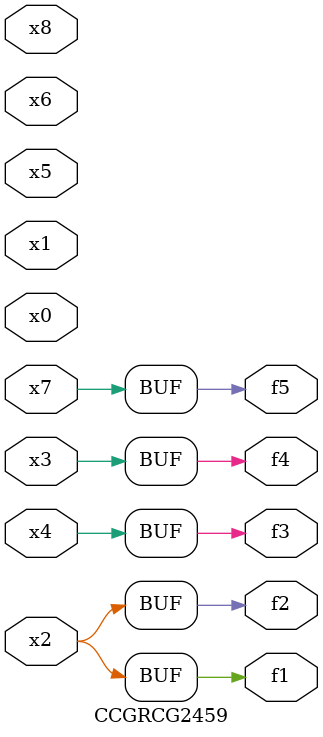
<source format=v>
module CCGRCG2459(
	input x0, x1, x2, x3, x4, x5, x6, x7, x8,
	output f1, f2, f3, f4, f5
);
	assign f1 = x2;
	assign f2 = x2;
	assign f3 = x4;
	assign f4 = x3;
	assign f5 = x7;
endmodule

</source>
